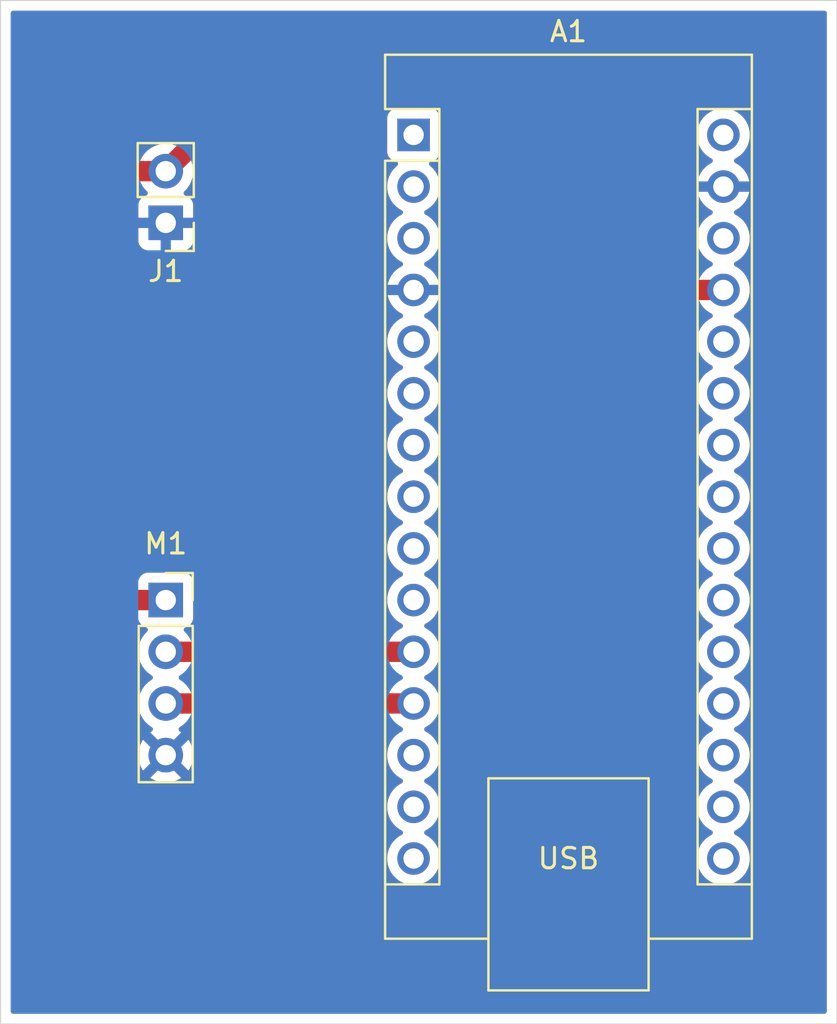
<source format=kicad_pcb>
(kicad_pcb (version 20241229) (generator "pcbnew") (generator_version "9.0")
  (layers (0 "F.Cu" signal) (2 "B.Cu" signal) (13 "F.Paste" user) (15 "B.Paste" user) (5 "F.SilkS" user "F.Silkscreen") (7 "B.SilkS" user "B.Silkscreen") (1 "F.Mask" user) (3 "B.Mask" user) (25 "Edge.Cuts" user))
  (net 0 "")
  (net 23 "Net-(A1-D8)")
  (net 27 "Net-(A1-D9)")
  (net 28 "+5V")
  (net 29 "GND")
  (footprint "Connector_PinSocket_2.54mm:PinSocket_1x04_P2.54mm_Vertical" (layer "F.Cu") (at 129.54 96.52)
    (property "Reference" "M1" (at 0 -2.77 0) (layer "F.SilkS"))
    (property "Value" "GPS_Module")
    (fp_line (start -1.33 1.27) (end -1.33 8.95) (stroke (width 0.12)) (layer "F.SilkS"))
    (fp_line (start -1.33 1.27) (end 1.33 1.27) (stroke (width 0.12)) (layer "F.SilkS"))
    (fp_line (start -1.33 8.95) (end 1.33 8.95) (stroke (width 0.12)) (layer "F.SilkS"))
    (fp_line (start 0 -1.33) (end 1.33 -1.33) (stroke (width 0.12)) (layer "F.SilkS"))
    (fp_line (start 1.33 -1.33) (end 1.33 0) (stroke (width 0.12)) (layer "F.SilkS"))
    (fp_line (start 1.33 1.27) (end 1.33 8.95) (stroke (width 0.12)) (layer "F.SilkS"))
    (pad "1" thru_hole rect (at 0 0) (size 1.7 1.7) (drill 1) (layers "*.Cu" "*.Mask") (net 28 "+5V"))
    (pad "2" thru_hole circle (at 0 2.54) (size 1.7 1.7) (drill 1) (layers "*.Cu" "*.Mask") (net 23 "Net-(A1-D8)"))
    (pad "3" thru_hole circle (at 0 5.08) (size 1.7 1.7) (drill 1) (layers "*.Cu" "*.Mask") (net 27 "Net-(A1-D9)"))
    (pad "4" thru_hole circle (at 0 7.62) (size 1.7 1.7) (drill 1) (layers "*.Cu" "*.Mask") (net 29 "GND"))
  )
  (footprint "Connector_PinHeader_2.54mm:PinHeader_1x02_P2.54mm_Vertical" (layer "F.Cu") (at 129.54 77.983 180)
    (property "Reference" "J1" (at 0 -2.38 0) (layer "F.SilkS"))
    (property "Value" "Power_In_Connector")
    (fp_line (start 1.38 1.27) (end 1.38 3.92) (stroke (width 0.12)) (layer "F.SilkS"))
    (fp_line (start -1.38 3.92) (end 1.38 3.92) (stroke (width 0.12)) (layer "F.SilkS"))
    (fp_line (start -1.38 1.27) (end 1.38 1.27) (stroke (width 0.12)) (layer "F.SilkS"))
    (fp_line (start -1.38 1.27) (end -1.38 3.92) (stroke (width 0.12)) (layer "F.SilkS"))
    (fp_line (start -1.38 0) (end -1.38 -1.38) (stroke (width 0.12)) (layer "F.SilkS"))
    (fp_line (start -1.38 -1.38) (end 0 -1.38) (stroke (width 0.12)) (layer "F.SilkS"))
    (pad "1" thru_hole rect (at 0 0 180) (size 1.7 1.7) (drill 1) (layers "*.Cu" "*.Mask") (net 29 "GND"))
    (pad "2" thru_hole circle (at 0 2.54 180) (size 1.7 1.7) (drill 1) (layers "*.Cu" "*.Mask") (net 28 "+5V"))
  )
  (footprint "Module:Arduino_Nano" (layer "F.Cu") (at 141.732 73.66)
    (property "Reference" "A1" (at 7.62 -5.08 0) (layer "F.SilkS"))
    (property "Value" "Arduino_Nano_v3.x")
    (fp_line (start -1.4 -3.94) (end -1.4 -1.27) (stroke (width 0.12)) (layer "F.SilkS"))
    (fp_line (start -1.4 1.27) (end -1.4 39.5) (stroke (width 0.12)) (layer "F.SilkS"))
    (fp_line (start -1.4 39.5) (end 3.68 39.5) (stroke (width 0.12)) (layer "F.SilkS"))
    (fp_line (start 1.27 -1.27) (end -1.4 -1.27) (stroke (width 0.12)) (layer "F.SilkS"))
    (fp_line (start 1.27 1.27) (end -1.4 1.27) (stroke (width 0.12)) (layer "F.SilkS"))
    (fp_line (start 1.27 1.27) (end 1.27 -1.27) (stroke (width 0.12)) (layer "F.SilkS"))
    (fp_line (start 1.27 1.27) (end 1.27 36.83) (stroke (width 0.12)) (layer "F.SilkS"))
    (fp_line (start 1.27 36.83) (end -1.4 36.83) (stroke (width 0.12)) (layer "F.SilkS"))
    (fp_line (start 3.68 31.62) (end 11.56 31.62) (stroke (width 0.12)) (layer "F.SilkS"))
    (fp_line (start 3.68 42.04) (end 3.68 31.62) (stroke (width 0.12)) (layer "F.SilkS"))
    (fp_line (start 11.56 31.62) (end 11.56 42.04) (stroke (width 0.12)) (layer "F.SilkS"))
    (fp_line (start 11.56 42.04) (end 3.68 42.04) (stroke (width 0.12)) (layer "F.SilkS"))
    (fp_line (start 13.97 -1.27) (end 13.97 36.83) (stroke (width 0.12)) (layer "F.SilkS"))
    (fp_line (start 13.97 -1.27) (end 16.64 -1.27) (stroke (width 0.12)) (layer "F.SilkS"))
    (fp_line (start 13.97 36.83) (end 16.64 36.83) (stroke (width 0.12)) (layer "F.SilkS"))
    (fp_line (start 16.64 -3.94) (end -1.4 -3.94) (stroke (width 0.12)) (layer "F.SilkS"))
    (fp_line (start 16.64 39.5) (end 11.56 39.5) (stroke (width 0.12)) (layer "F.SilkS"))
    (fp_line (start 16.64 39.5) (end 16.64 -3.94) (stroke (width 0.12)) (layer "F.SilkS"))
    (fp_text user "USB" (at 7.62 35.56 0) (layer "F.SilkS"))
    (pad "1" thru_hole rect (at 0 0) (size 1.6 1.6) (drill 1) (layers "*.Cu" "*.Mask"))
    (pad "2" thru_hole oval (at 0 2.54) (size 1.6 1.6) (drill 1) (layers "*.Cu" "*.Mask"))
    (pad "3" thru_hole oval (at 0 5.08) (size 1.6 1.6) (drill 1) (layers "*.Cu" "*.Mask"))
    (pad "4" thru_hole oval (at 0 7.62) (size 1.6 1.6) (drill 1) (layers "*.Cu" "*.Mask") (net 29 "GND"))
    (pad "5" thru_hole oval (at 0 10.16) (size 1.6 1.6) (drill 1) (layers "*.Cu" "*.Mask"))
    (pad "6" thru_hole oval (at 0 12.7) (size 1.6 1.6) (drill 1) (layers "*.Cu" "*.Mask"))
    (pad "7" thru_hole oval (at 0 15.24) (size 1.6 1.6) (drill 1) (layers "*.Cu" "*.Mask"))
    (pad "8" thru_hole oval (at 0 17.78) (size 1.6 1.6) (drill 1) (layers "*.Cu" "*.Mask"))
    (pad "9" thru_hole oval (at 0 20.32) (size 1.6 1.6) (drill 1) (layers "*.Cu" "*.Mask"))
    (pad "10" thru_hole oval (at 0 22.86) (size 1.6 1.6) (drill 1) (layers "*.Cu" "*.Mask"))
    (pad "11" thru_hole oval (at 0 25.4) (size 1.6 1.6) (drill 1) (layers "*.Cu" "*.Mask") (net 23 "Net-(A1-D8)"))
    (pad "12" thru_hole oval (at 0 27.94) (size 1.6 1.6) (drill 1) (layers "*.Cu" "*.Mask") (net 27 "Net-(A1-D9)"))
    (pad "13" thru_hole oval (at 0 30.48) (size 1.6 1.6) (drill 1) (layers "*.Cu" "*.Mask"))
    (pad "14" thru_hole oval (at 0 33.02) (size 1.6 1.6) (drill 1) (layers "*.Cu" "*.Mask"))
    (pad "15" thru_hole oval (at 0 35.56) (size 1.6 1.6) (drill 1) (layers "*.Cu" "*.Mask"))
    (pad "16" thru_hole oval (at 15.24 35.56) (size 1.6 1.6) (drill 1) (layers "*.Cu" "*.Mask"))
    (pad "17" thru_hole oval (at 15.24 33.02) (size 1.6 1.6) (drill 1) (layers "*.Cu" "*.Mask"))
    (pad "18" thru_hole oval (at 15.24 30.48) (size 1.6 1.6) (drill 1) (layers "*.Cu" "*.Mask"))
    (pad "19" thru_hole oval (at 15.24 27.94) (size 1.6 1.6) (drill 1) (layers "*.Cu" "*.Mask"))
    (pad "20" thru_hole oval (at 15.24 25.4) (size 1.6 1.6) (drill 1) (layers "*.Cu" "*.Mask"))
    (pad "21" thru_hole oval (at 15.24 22.86) (size 1.6 1.6) (drill 1) (layers "*.Cu" "*.Mask"))
    (pad "22" thru_hole oval (at 15.24 20.32) (size 1.6 1.6) (drill 1) (layers "*.Cu" "*.Mask"))
    (pad "23" thru_hole oval (at 15.24 17.78) (size 1.6 1.6) (drill 1) (layers "*.Cu" "*.Mask"))
    (pad "24" thru_hole oval (at 15.24 15.24) (size 1.6 1.6) (drill 1) (layers "*.Cu" "*.Mask"))
    (pad "25" thru_hole oval (at 15.24 12.7) (size 1.6 1.6) (drill 1) (layers "*.Cu" "*.Mask"))
    (pad "26" thru_hole oval (at 15.24 10.16) (size 1.6 1.6) (drill 1) (layers "*.Cu" "*.Mask"))
    (pad "27" thru_hole oval (at 15.24 7.62) (size 1.6 1.6) (drill 1) (layers "*.Cu" "*.Mask") (net 28 "+5V"))
    (pad "28" thru_hole oval (at 15.24 5.08) (size 1.6 1.6) (drill 1) (layers "*.Cu" "*.Mask"))
    (pad "29" thru_hole oval (at 15.24 2.54) (size 1.6 1.6) (drill 1) (layers "*.Cu" "*.Mask") (net 29 "GND"))
    (pad "30" thru_hole oval (at 15.24 0) (size 1.6 1.6) (drill 1) (layers "*.Cu" "*.Mask"))
  )
  (gr_rect (start 121.412 67.056) (end 162.56 117.348) (stroke (width 0.05)) (fill no) (layer "Edge.Cuts"))
  (segment (start 129.54 99.06) (end 141.732 99.06) (width 1) (layer "F.Cu") (net 23))
  (segment (start 129.54 101.6) (end 141.732 101.6) (width 1) (layer "F.Cu") (net 27))
  (segment (start 125.725 75.443) (end 125.476 75.692) (width 1) (layer "F.Cu") (net 28))
  (segment (start 149.86 70.612) (end 149.86 81.28) (width 1) (layer "F.Cu") (net 28))
  (segment (start 134.371 70.612) (end 149.86 70.612) (width 1) (layer "F.Cu") (net 28))
  (segment (start 129.54 75.443) (end 125.725 75.443) (width 1) (layer "F.Cu") (net 28))
  (segment (start 125.476 95.504) (end 126.492 96.52) (width 1) (layer "F.Cu") (net 28))
  (segment (start 149.86 81.28) (end 156.972 81.28) (width 1) (layer "F.Cu") (net 28))
  (segment (start 125.476 75.692) (end 125.476 95.504) (width 1) (layer "F.Cu") (net 28))
  (segment (start 129.54 75.443) (end 134.371 70.612) (width 1) (layer "F.Cu") (net 28))
  (segment (start 126.492 96.52) (end 129.54 96.52) (width 1) (layer "F.Cu") (net 28))
  (zone (net 29) (net_name "GND") (layers "F.Cu" "B.Cu") (connect_pads (clearance 0.5)) (min_thickness 0.25) (fill yes (thermal_gap 0.5) (thermal_bridge_width 0.5))
    (polygon (pts (xy 121.412 67.056) (xy 162.56 67.056) (xy 162.56 117.348) (xy 121.412 117.348)))
  )
)
</source>
